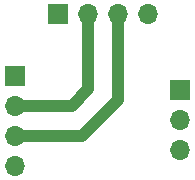
<source format=gbr>
%TF.GenerationSoftware,KiCad,Pcbnew,9.0.0*%
%TF.CreationDate,2025-05-17T14:57:31+07:00*%
%TF.ProjectId,PCB AS5600 satuan,50434220-4153-4353-9630-302073617475,rev?*%
%TF.SameCoordinates,Original*%
%TF.FileFunction,Copper,L1,Top*%
%TF.FilePolarity,Positive*%
%FSLAX46Y46*%
G04 Gerber Fmt 4.6, Leading zero omitted, Abs format (unit mm)*
G04 Created by KiCad (PCBNEW 9.0.0) date 2025-05-17 14:57:31*
%MOMM*%
%LPD*%
G01*
G04 APERTURE LIST*
%TA.AperFunction,ComponentPad*%
%ADD10R,1.700000X1.700000*%
%TD*%
%TA.AperFunction,ComponentPad*%
%ADD11O,1.700000X1.700000*%
%TD*%
%TA.AperFunction,Conductor*%
%ADD12C,1.000000*%
%TD*%
G04 APERTURE END LIST*
D10*
%TO.P,J1,1,Pin_1*%
%TO.N,DIR1*%
X100600000Y-59100000D03*
D11*
%TO.P,J1,2,Pin_2*%
%TO.N,SCL1*%
X100600000Y-61640000D03*
%TO.P,J1,3,Pin_3*%
%TO.N,SDA1*%
X100600000Y-64180000D03*
%TO.P,J1,4,Pin_4*%
%TO.N,GPO1*%
X100600000Y-66720000D03*
%TD*%
D10*
%TO.P,J2,1,Pin_1*%
%TO.N,VCC1*%
X114600000Y-60320000D03*
D11*
%TO.P,J2,2,Pin_2*%
%TO.N,OUT1*%
X114600000Y-62860000D03*
%TO.P,J2,3,Pin_3*%
%TO.N,DIR1*%
X114600000Y-65400000D03*
%TD*%
D10*
%TO.P,J3,1,Pin_1*%
%TO.N,VCC1*%
X104300000Y-53900000D03*
D11*
%TO.P,J3,2,Pin_2*%
%TO.N,SCL1*%
X106840000Y-53900000D03*
%TO.P,J3,3,Pin_3*%
%TO.N,SDA1*%
X109380000Y-53900000D03*
%TO.P,J3,4,Pin_4*%
%TO.N,DIR1*%
X111920000Y-53900000D03*
%TD*%
D12*
%TO.N,SCL1*%
X105460000Y-61640000D02*
X100600000Y-61640000D01*
%TO.N,SDA1*%
X109380000Y-53900000D02*
X109380000Y-61120000D01*
X106320000Y-64180000D02*
X100600000Y-64180000D01*
%TO.N,SCL1*%
X106840000Y-53900000D02*
X106840000Y-60260000D01*
%TO.N,SDA1*%
X109380000Y-61120000D02*
X106320000Y-64180000D01*
%TO.N,SCL1*%
X106840000Y-60260000D02*
X105460000Y-61640000D01*
%TD*%
M02*

</source>
